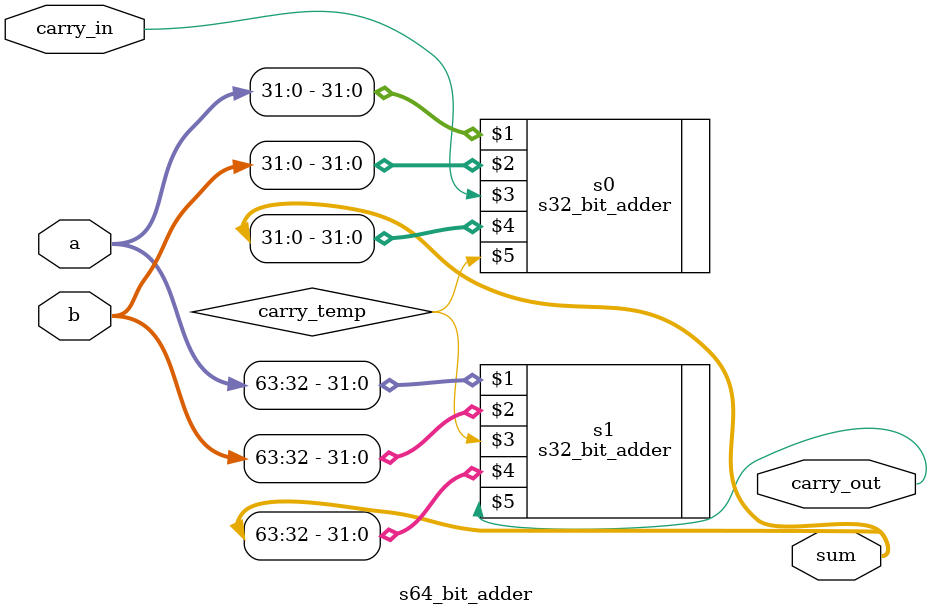
<source format=v>
`timescale 1ns / 1ps


/* 

    * Assignment - 3
    * Problem - 1.c
    * Semester - 5 (Autumn)
    * Group - 56
    * Group members - Utsav Mehta (20CS10069) and Vibhu (20CS10072)

*/

module s64_bit_adder (a, b, carry_in, sum, carry_out);

  // Inputs and Outputs
  input [63:0] a, b;
  input carry_in;
  output [63:0] sum;
  output carry_out;
  
  // Internal, Temporary Variables
  wire carry_temp;

  // Use two 32-bit RCAs to build a 64-bit RCAs
  s32_bit_adder s0 (a[31:0], b[31:0], carry_in, sum[31:0], carry_temp);
  s32_bit_adder s1 (a[63:32], b[63:32], carry_temp, sum[63:32], carry_out);
  
endmodule
</source>
